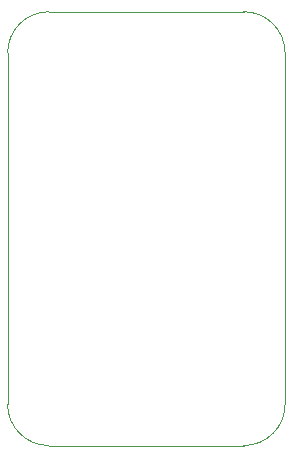
<source format=gm1>
G04 #@! TF.GenerationSoftware,KiCad,Pcbnew,7.0.1*
G04 #@! TF.CreationDate,2025-03-09T11:47:29-05:00*
G04 #@! TF.ProjectId,Single Mosfet Board V2,53696e67-6c65-4204-9d6f-736665742042,rev?*
G04 #@! TF.SameCoordinates,Original*
G04 #@! TF.FileFunction,Profile,NP*
%FSLAX46Y46*%
G04 Gerber Fmt 4.6, Leading zero omitted, Abs format (unit mm)*
G04 Created by KiCad (PCBNEW 7.0.1) date 2025-03-09 11:47:29*
%MOMM*%
%LPD*%
G01*
G04 APERTURE LIST*
G04 #@! TA.AperFunction,Profile*
%ADD10C,0.100000*%
G04 #@! TD*
G04 APERTURE END LIST*
D10*
X131000000Y-61270000D02*
G75*
G03*
X127500000Y-64770000I0J-3500000D01*
G01*
X151000000Y-64770000D02*
G75*
G03*
X147500000Y-61270000I-3500000J0D01*
G01*
X131000000Y-98000000D02*
X147500000Y-98000000D01*
X147500000Y-61270000D02*
X131000000Y-61270000D01*
X127500000Y-94500000D02*
G75*
G03*
X131000000Y-98000000I3500000J0D01*
G01*
X147500000Y-98000000D02*
G75*
G03*
X151000000Y-94500000I0J3500000D01*
G01*
X151000000Y-94500000D02*
X151000000Y-64770000D01*
X127500000Y-64770000D02*
X127500000Y-94500000D01*
M02*

</source>
